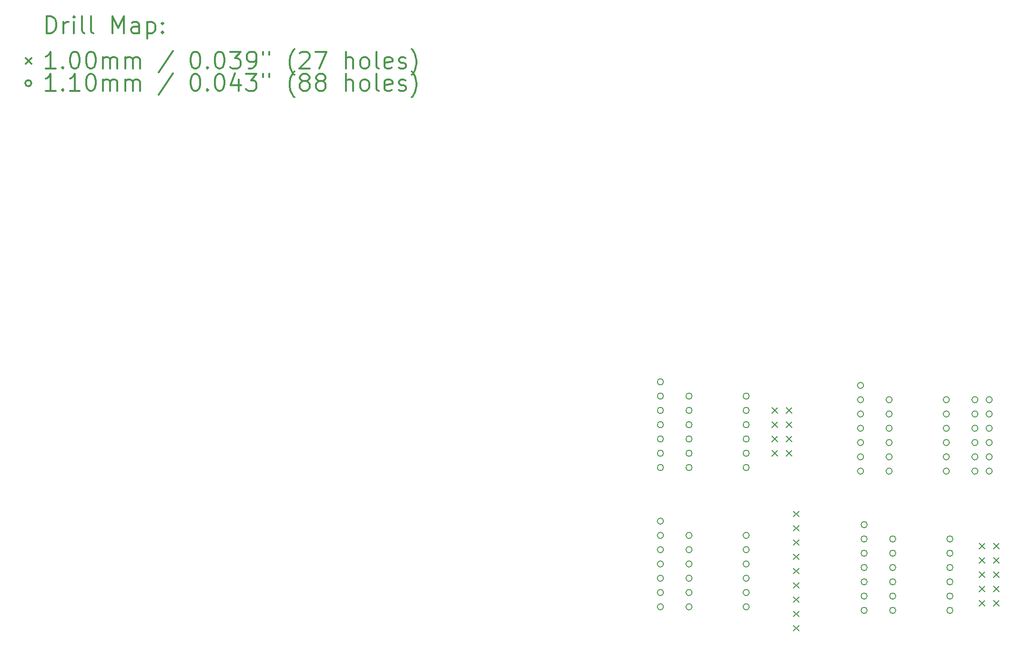
<source format=gbr>
%FSLAX45Y45*%
G04 Gerber Fmt 4.5, Leading zero omitted, Abs format (unit mm)*
G04 Created by KiCad (PCBNEW 4.0.7) date 09/07/18 14:23:30*
%MOMM*%
%LPD*%
G01*
G04 APERTURE LIST*
%ADD10C,0.127000*%
%ADD11C,0.200000*%
%ADD12C,0.300000*%
G04 APERTURE END LIST*
D10*
D11*
X13158000Y-7125500D02*
X13258000Y-7225500D01*
X13258000Y-7125500D02*
X13158000Y-7225500D01*
X13158000Y-7379500D02*
X13258000Y-7479500D01*
X13258000Y-7379500D02*
X13158000Y-7479500D01*
X13158000Y-7633500D02*
X13258000Y-7733500D01*
X13258000Y-7633500D02*
X13158000Y-7733500D01*
X13158000Y-7887500D02*
X13258000Y-7987500D01*
X13258000Y-7887500D02*
X13158000Y-7987500D01*
X13412000Y-7125500D02*
X13512000Y-7225500D01*
X13512000Y-7125500D02*
X13412000Y-7225500D01*
X13412000Y-7379500D02*
X13512000Y-7479500D01*
X13512000Y-7379500D02*
X13412000Y-7479500D01*
X13412000Y-7633500D02*
X13512000Y-7733500D01*
X13512000Y-7633500D02*
X13412000Y-7733500D01*
X13412000Y-7887500D02*
X13512000Y-7987500D01*
X13512000Y-7887500D02*
X13412000Y-7987500D01*
X13539000Y-8967000D02*
X13639000Y-9067000D01*
X13639000Y-8967000D02*
X13539000Y-9067000D01*
X13539000Y-9221000D02*
X13639000Y-9321000D01*
X13639000Y-9221000D02*
X13539000Y-9321000D01*
X13539000Y-9475000D02*
X13639000Y-9575000D01*
X13639000Y-9475000D02*
X13539000Y-9575000D01*
X13539000Y-9729000D02*
X13639000Y-9829000D01*
X13639000Y-9729000D02*
X13539000Y-9829000D01*
X13539000Y-9983000D02*
X13639000Y-10083000D01*
X13639000Y-9983000D02*
X13539000Y-10083000D01*
X13539000Y-10237000D02*
X13639000Y-10337000D01*
X13639000Y-10237000D02*
X13539000Y-10337000D01*
X13539000Y-10491000D02*
X13639000Y-10591000D01*
X13639000Y-10491000D02*
X13539000Y-10591000D01*
X13539000Y-10745000D02*
X13639000Y-10845000D01*
X13639000Y-10745000D02*
X13539000Y-10845000D01*
X13539000Y-10999000D02*
X13639000Y-11099000D01*
X13639000Y-10999000D02*
X13539000Y-11099000D01*
X16841000Y-9538500D02*
X16941000Y-9638500D01*
X16941000Y-9538500D02*
X16841000Y-9638500D01*
X16841000Y-9792500D02*
X16941000Y-9892500D01*
X16941000Y-9792500D02*
X16841000Y-9892500D01*
X16841000Y-10046500D02*
X16941000Y-10146500D01*
X16941000Y-10046500D02*
X16841000Y-10146500D01*
X16841000Y-10300500D02*
X16941000Y-10400500D01*
X16941000Y-10300500D02*
X16841000Y-10400500D01*
X16841000Y-10554500D02*
X16941000Y-10654500D01*
X16941000Y-10554500D02*
X16841000Y-10654500D01*
X17095000Y-9538500D02*
X17195000Y-9638500D01*
X17195000Y-9538500D02*
X17095000Y-9638500D01*
X17095000Y-9792500D02*
X17195000Y-9892500D01*
X17195000Y-9792500D02*
X17095000Y-9892500D01*
X17095000Y-10046500D02*
X17195000Y-10146500D01*
X17195000Y-10046500D02*
X17095000Y-10146500D01*
X17095000Y-10300500D02*
X17195000Y-10400500D01*
X17195000Y-10300500D02*
X17095000Y-10400500D01*
X17095000Y-10554500D02*
X17195000Y-10654500D01*
X17195000Y-10554500D02*
X17095000Y-10654500D01*
X11231000Y-6667500D02*
G75*
G03X11231000Y-6667500I-55000J0D01*
G01*
X11231000Y-6921500D02*
G75*
G03X11231000Y-6921500I-55000J0D01*
G01*
X11231000Y-7175500D02*
G75*
G03X11231000Y-7175500I-55000J0D01*
G01*
X11231000Y-7429500D02*
G75*
G03X11231000Y-7429500I-55000J0D01*
G01*
X11231000Y-7683500D02*
G75*
G03X11231000Y-7683500I-55000J0D01*
G01*
X11231000Y-7937500D02*
G75*
G03X11231000Y-7937500I-55000J0D01*
G01*
X11231000Y-8191500D02*
G75*
G03X11231000Y-8191500I-55000J0D01*
G01*
X11231000Y-9144000D02*
G75*
G03X11231000Y-9144000I-55000J0D01*
G01*
X11231000Y-9398000D02*
G75*
G03X11231000Y-9398000I-55000J0D01*
G01*
X11231000Y-9652000D02*
G75*
G03X11231000Y-9652000I-55000J0D01*
G01*
X11231000Y-9906000D02*
G75*
G03X11231000Y-9906000I-55000J0D01*
G01*
X11231000Y-10160000D02*
G75*
G03X11231000Y-10160000I-55000J0D01*
G01*
X11231000Y-10414000D02*
G75*
G03X11231000Y-10414000I-55000J0D01*
G01*
X11231000Y-10668000D02*
G75*
G03X11231000Y-10668000I-55000J0D01*
G01*
X11739000Y-6921500D02*
G75*
G03X11739000Y-6921500I-55000J0D01*
G01*
X11739000Y-7175500D02*
G75*
G03X11739000Y-7175500I-55000J0D01*
G01*
X11739000Y-7429500D02*
G75*
G03X11739000Y-7429500I-55000J0D01*
G01*
X11739000Y-7683500D02*
G75*
G03X11739000Y-7683500I-55000J0D01*
G01*
X11739000Y-7937500D02*
G75*
G03X11739000Y-7937500I-55000J0D01*
G01*
X11739000Y-8191500D02*
G75*
G03X11739000Y-8191500I-55000J0D01*
G01*
X11739000Y-9398000D02*
G75*
G03X11739000Y-9398000I-55000J0D01*
G01*
X11739000Y-9652000D02*
G75*
G03X11739000Y-9652000I-55000J0D01*
G01*
X11739000Y-9906000D02*
G75*
G03X11739000Y-9906000I-55000J0D01*
G01*
X11739000Y-10160000D02*
G75*
G03X11739000Y-10160000I-55000J0D01*
G01*
X11739000Y-10414000D02*
G75*
G03X11739000Y-10414000I-55000J0D01*
G01*
X11739000Y-10668000D02*
G75*
G03X11739000Y-10668000I-55000J0D01*
G01*
X12755000Y-6921500D02*
G75*
G03X12755000Y-6921500I-55000J0D01*
G01*
X12755000Y-7175500D02*
G75*
G03X12755000Y-7175500I-55000J0D01*
G01*
X12755000Y-7429500D02*
G75*
G03X12755000Y-7429500I-55000J0D01*
G01*
X12755000Y-7683500D02*
G75*
G03X12755000Y-7683500I-55000J0D01*
G01*
X12755000Y-7937500D02*
G75*
G03X12755000Y-7937500I-55000J0D01*
G01*
X12755000Y-8191500D02*
G75*
G03X12755000Y-8191500I-55000J0D01*
G01*
X12755000Y-9398000D02*
G75*
G03X12755000Y-9398000I-55000J0D01*
G01*
X12755000Y-9652000D02*
G75*
G03X12755000Y-9652000I-55000J0D01*
G01*
X12755000Y-9906000D02*
G75*
G03X12755000Y-9906000I-55000J0D01*
G01*
X12755000Y-10160000D02*
G75*
G03X12755000Y-10160000I-55000J0D01*
G01*
X12755000Y-10414000D02*
G75*
G03X12755000Y-10414000I-55000J0D01*
G01*
X12755000Y-10668000D02*
G75*
G03X12755000Y-10668000I-55000J0D01*
G01*
X14787000Y-6731000D02*
G75*
G03X14787000Y-6731000I-55000J0D01*
G01*
X14787000Y-6985000D02*
G75*
G03X14787000Y-6985000I-55000J0D01*
G01*
X14787000Y-7239000D02*
G75*
G03X14787000Y-7239000I-55000J0D01*
G01*
X14787000Y-7493000D02*
G75*
G03X14787000Y-7493000I-55000J0D01*
G01*
X14787000Y-7747000D02*
G75*
G03X14787000Y-7747000I-55000J0D01*
G01*
X14787000Y-8001000D02*
G75*
G03X14787000Y-8001000I-55000J0D01*
G01*
X14787000Y-8255000D02*
G75*
G03X14787000Y-8255000I-55000J0D01*
G01*
X14850500Y-9207500D02*
G75*
G03X14850500Y-9207500I-55000J0D01*
G01*
X14850500Y-9461500D02*
G75*
G03X14850500Y-9461500I-55000J0D01*
G01*
X14850500Y-9715500D02*
G75*
G03X14850500Y-9715500I-55000J0D01*
G01*
X14850500Y-9969500D02*
G75*
G03X14850500Y-9969500I-55000J0D01*
G01*
X14850500Y-10223500D02*
G75*
G03X14850500Y-10223500I-55000J0D01*
G01*
X14850500Y-10477500D02*
G75*
G03X14850500Y-10477500I-55000J0D01*
G01*
X14850500Y-10731500D02*
G75*
G03X14850500Y-10731500I-55000J0D01*
G01*
X15295000Y-6985000D02*
G75*
G03X15295000Y-6985000I-55000J0D01*
G01*
X15295000Y-7239000D02*
G75*
G03X15295000Y-7239000I-55000J0D01*
G01*
X15295000Y-7493000D02*
G75*
G03X15295000Y-7493000I-55000J0D01*
G01*
X15295000Y-7747000D02*
G75*
G03X15295000Y-7747000I-55000J0D01*
G01*
X15295000Y-8001000D02*
G75*
G03X15295000Y-8001000I-55000J0D01*
G01*
X15295000Y-8255000D02*
G75*
G03X15295000Y-8255000I-55000J0D01*
G01*
X15358500Y-9461500D02*
G75*
G03X15358500Y-9461500I-55000J0D01*
G01*
X15358500Y-9715500D02*
G75*
G03X15358500Y-9715500I-55000J0D01*
G01*
X15358500Y-9969500D02*
G75*
G03X15358500Y-9969500I-55000J0D01*
G01*
X15358500Y-10223500D02*
G75*
G03X15358500Y-10223500I-55000J0D01*
G01*
X15358500Y-10477500D02*
G75*
G03X15358500Y-10477500I-55000J0D01*
G01*
X15358500Y-10731500D02*
G75*
G03X15358500Y-10731500I-55000J0D01*
G01*
X16311000Y-6985000D02*
G75*
G03X16311000Y-6985000I-55000J0D01*
G01*
X16311000Y-7239000D02*
G75*
G03X16311000Y-7239000I-55000J0D01*
G01*
X16311000Y-7493000D02*
G75*
G03X16311000Y-7493000I-55000J0D01*
G01*
X16311000Y-7747000D02*
G75*
G03X16311000Y-7747000I-55000J0D01*
G01*
X16311000Y-8001000D02*
G75*
G03X16311000Y-8001000I-55000J0D01*
G01*
X16311000Y-8255000D02*
G75*
G03X16311000Y-8255000I-55000J0D01*
G01*
X16374500Y-9461500D02*
G75*
G03X16374500Y-9461500I-55000J0D01*
G01*
X16374500Y-9715500D02*
G75*
G03X16374500Y-9715500I-55000J0D01*
G01*
X16374500Y-9969500D02*
G75*
G03X16374500Y-9969500I-55000J0D01*
G01*
X16374500Y-10223500D02*
G75*
G03X16374500Y-10223500I-55000J0D01*
G01*
X16374500Y-10477500D02*
G75*
G03X16374500Y-10477500I-55000J0D01*
G01*
X16374500Y-10731500D02*
G75*
G03X16374500Y-10731500I-55000J0D01*
G01*
X16819000Y-6985000D02*
G75*
G03X16819000Y-6985000I-55000J0D01*
G01*
X16819000Y-7239000D02*
G75*
G03X16819000Y-7239000I-55000J0D01*
G01*
X16819000Y-7493000D02*
G75*
G03X16819000Y-7493000I-55000J0D01*
G01*
X16819000Y-7747000D02*
G75*
G03X16819000Y-7747000I-55000J0D01*
G01*
X16819000Y-8001000D02*
G75*
G03X16819000Y-8001000I-55000J0D01*
G01*
X16819000Y-8255000D02*
G75*
G03X16819000Y-8255000I-55000J0D01*
G01*
X17073000Y-6985000D02*
G75*
G03X17073000Y-6985000I-55000J0D01*
G01*
X17073000Y-7239000D02*
G75*
G03X17073000Y-7239000I-55000J0D01*
G01*
X17073000Y-7493000D02*
G75*
G03X17073000Y-7493000I-55000J0D01*
G01*
X17073000Y-7747000D02*
G75*
G03X17073000Y-7747000I-55000J0D01*
G01*
X17073000Y-8001000D02*
G75*
G03X17073000Y-8001000I-55000J0D01*
G01*
X17073000Y-8255000D02*
G75*
G03X17073000Y-8255000I-55000J0D01*
G01*
D12*
X271429Y-465714D02*
X271429Y-165714D01*
X342857Y-165714D01*
X385714Y-180000D01*
X414286Y-208571D01*
X428571Y-237143D01*
X442857Y-294286D01*
X442857Y-337143D01*
X428571Y-394286D01*
X414286Y-422857D01*
X385714Y-451429D01*
X342857Y-465714D01*
X271429Y-465714D01*
X571429Y-465714D02*
X571429Y-265714D01*
X571429Y-322857D02*
X585714Y-294286D01*
X600000Y-280000D01*
X628571Y-265714D01*
X657143Y-265714D01*
X757143Y-465714D02*
X757143Y-265714D01*
X757143Y-165714D02*
X742857Y-180000D01*
X757143Y-194286D01*
X771429Y-180000D01*
X757143Y-165714D01*
X757143Y-194286D01*
X942857Y-465714D02*
X914286Y-451429D01*
X900000Y-422857D01*
X900000Y-165714D01*
X1100000Y-465714D02*
X1071429Y-451429D01*
X1057143Y-422857D01*
X1057143Y-165714D01*
X1442857Y-465714D02*
X1442857Y-165714D01*
X1542857Y-380000D01*
X1642857Y-165714D01*
X1642857Y-465714D01*
X1914286Y-465714D02*
X1914286Y-308571D01*
X1900000Y-280000D01*
X1871429Y-265714D01*
X1814286Y-265714D01*
X1785714Y-280000D01*
X1914286Y-451429D02*
X1885714Y-465714D01*
X1814286Y-465714D01*
X1785714Y-451429D01*
X1771429Y-422857D01*
X1771429Y-394286D01*
X1785714Y-365714D01*
X1814286Y-351429D01*
X1885714Y-351429D01*
X1914286Y-337143D01*
X2057143Y-265714D02*
X2057143Y-565714D01*
X2057143Y-280000D02*
X2085714Y-265714D01*
X2142857Y-265714D01*
X2171429Y-280000D01*
X2185714Y-294286D01*
X2200000Y-322857D01*
X2200000Y-408571D01*
X2185714Y-437143D01*
X2171429Y-451429D01*
X2142857Y-465714D01*
X2085714Y-465714D01*
X2057143Y-451429D01*
X2328572Y-437143D02*
X2342857Y-451429D01*
X2328572Y-465714D01*
X2314286Y-451429D01*
X2328572Y-437143D01*
X2328572Y-465714D01*
X2328572Y-280000D02*
X2342857Y-294286D01*
X2328572Y-308571D01*
X2314286Y-294286D01*
X2328572Y-280000D01*
X2328572Y-308571D01*
X-100000Y-910000D02*
X0Y-1010000D01*
X0Y-910000D02*
X-100000Y-1010000D01*
X428571Y-1095714D02*
X257143Y-1095714D01*
X342857Y-1095714D02*
X342857Y-795714D01*
X314286Y-838571D01*
X285714Y-867143D01*
X257143Y-881429D01*
X557143Y-1067143D02*
X571429Y-1081429D01*
X557143Y-1095714D01*
X542857Y-1081429D01*
X557143Y-1067143D01*
X557143Y-1095714D01*
X757143Y-795714D02*
X785714Y-795714D01*
X814286Y-810000D01*
X828571Y-824286D01*
X842857Y-852857D01*
X857143Y-910000D01*
X857143Y-981429D01*
X842857Y-1038571D01*
X828571Y-1067143D01*
X814286Y-1081429D01*
X785714Y-1095714D01*
X757143Y-1095714D01*
X728571Y-1081429D01*
X714286Y-1067143D01*
X700000Y-1038571D01*
X685714Y-981429D01*
X685714Y-910000D01*
X700000Y-852857D01*
X714286Y-824286D01*
X728571Y-810000D01*
X757143Y-795714D01*
X1042857Y-795714D02*
X1071429Y-795714D01*
X1100000Y-810000D01*
X1114286Y-824286D01*
X1128571Y-852857D01*
X1142857Y-910000D01*
X1142857Y-981429D01*
X1128571Y-1038571D01*
X1114286Y-1067143D01*
X1100000Y-1081429D01*
X1071429Y-1095714D01*
X1042857Y-1095714D01*
X1014286Y-1081429D01*
X1000000Y-1067143D01*
X985714Y-1038571D01*
X971429Y-981429D01*
X971429Y-910000D01*
X985714Y-852857D01*
X1000000Y-824286D01*
X1014286Y-810000D01*
X1042857Y-795714D01*
X1271429Y-1095714D02*
X1271429Y-895714D01*
X1271429Y-924286D02*
X1285714Y-910000D01*
X1314286Y-895714D01*
X1357143Y-895714D01*
X1385714Y-910000D01*
X1400000Y-938571D01*
X1400000Y-1095714D01*
X1400000Y-938571D02*
X1414286Y-910000D01*
X1442857Y-895714D01*
X1485714Y-895714D01*
X1514286Y-910000D01*
X1528571Y-938571D01*
X1528571Y-1095714D01*
X1671429Y-1095714D02*
X1671429Y-895714D01*
X1671429Y-924286D02*
X1685714Y-910000D01*
X1714286Y-895714D01*
X1757143Y-895714D01*
X1785714Y-910000D01*
X1800000Y-938571D01*
X1800000Y-1095714D01*
X1800000Y-938571D02*
X1814286Y-910000D01*
X1842857Y-895714D01*
X1885714Y-895714D01*
X1914286Y-910000D01*
X1928571Y-938571D01*
X1928571Y-1095714D01*
X2514286Y-781429D02*
X2257143Y-1167143D01*
X2900000Y-795714D02*
X2928571Y-795714D01*
X2957143Y-810000D01*
X2971428Y-824286D01*
X2985714Y-852857D01*
X3000000Y-910000D01*
X3000000Y-981429D01*
X2985714Y-1038571D01*
X2971428Y-1067143D01*
X2957143Y-1081429D01*
X2928571Y-1095714D01*
X2900000Y-1095714D01*
X2871428Y-1081429D01*
X2857143Y-1067143D01*
X2842857Y-1038571D01*
X2828571Y-981429D01*
X2828571Y-910000D01*
X2842857Y-852857D01*
X2857143Y-824286D01*
X2871428Y-810000D01*
X2900000Y-795714D01*
X3128571Y-1067143D02*
X3142857Y-1081429D01*
X3128571Y-1095714D01*
X3114286Y-1081429D01*
X3128571Y-1067143D01*
X3128571Y-1095714D01*
X3328571Y-795714D02*
X3357143Y-795714D01*
X3385714Y-810000D01*
X3400000Y-824286D01*
X3414286Y-852857D01*
X3428571Y-910000D01*
X3428571Y-981429D01*
X3414286Y-1038571D01*
X3400000Y-1067143D01*
X3385714Y-1081429D01*
X3357143Y-1095714D01*
X3328571Y-1095714D01*
X3300000Y-1081429D01*
X3285714Y-1067143D01*
X3271428Y-1038571D01*
X3257143Y-981429D01*
X3257143Y-910000D01*
X3271428Y-852857D01*
X3285714Y-824286D01*
X3300000Y-810000D01*
X3328571Y-795714D01*
X3528571Y-795714D02*
X3714286Y-795714D01*
X3614286Y-910000D01*
X3657143Y-910000D01*
X3685714Y-924286D01*
X3700000Y-938571D01*
X3714286Y-967143D01*
X3714286Y-1038571D01*
X3700000Y-1067143D01*
X3685714Y-1081429D01*
X3657143Y-1095714D01*
X3571428Y-1095714D01*
X3542857Y-1081429D01*
X3528571Y-1067143D01*
X3857143Y-1095714D02*
X3914286Y-1095714D01*
X3942857Y-1081429D01*
X3957143Y-1067143D01*
X3985714Y-1024286D01*
X4000000Y-967143D01*
X4000000Y-852857D01*
X3985714Y-824286D01*
X3971428Y-810000D01*
X3942857Y-795714D01*
X3885714Y-795714D01*
X3857143Y-810000D01*
X3842857Y-824286D01*
X3828571Y-852857D01*
X3828571Y-924286D01*
X3842857Y-952857D01*
X3857143Y-967143D01*
X3885714Y-981429D01*
X3942857Y-981429D01*
X3971428Y-967143D01*
X3985714Y-952857D01*
X4000000Y-924286D01*
X4114286Y-795714D02*
X4114286Y-852857D01*
X4228571Y-795714D02*
X4228571Y-852857D01*
X4671429Y-1210000D02*
X4657143Y-1195714D01*
X4628571Y-1152857D01*
X4614286Y-1124286D01*
X4600000Y-1081429D01*
X4585714Y-1010000D01*
X4585714Y-952857D01*
X4600000Y-881429D01*
X4614286Y-838571D01*
X4628571Y-810000D01*
X4657143Y-767143D01*
X4671429Y-752857D01*
X4771429Y-824286D02*
X4785714Y-810000D01*
X4814286Y-795714D01*
X4885714Y-795714D01*
X4914286Y-810000D01*
X4928571Y-824286D01*
X4942857Y-852857D01*
X4942857Y-881429D01*
X4928571Y-924286D01*
X4757143Y-1095714D01*
X4942857Y-1095714D01*
X5042857Y-795714D02*
X5242857Y-795714D01*
X5114286Y-1095714D01*
X5585714Y-1095714D02*
X5585714Y-795714D01*
X5714286Y-1095714D02*
X5714286Y-938571D01*
X5700000Y-910000D01*
X5671428Y-895714D01*
X5628571Y-895714D01*
X5600000Y-910000D01*
X5585714Y-924286D01*
X5900000Y-1095714D02*
X5871428Y-1081429D01*
X5857143Y-1067143D01*
X5842857Y-1038571D01*
X5842857Y-952857D01*
X5857143Y-924286D01*
X5871428Y-910000D01*
X5900000Y-895714D01*
X5942857Y-895714D01*
X5971428Y-910000D01*
X5985714Y-924286D01*
X6000000Y-952857D01*
X6000000Y-1038571D01*
X5985714Y-1067143D01*
X5971428Y-1081429D01*
X5942857Y-1095714D01*
X5900000Y-1095714D01*
X6171428Y-1095714D02*
X6142857Y-1081429D01*
X6128571Y-1052857D01*
X6128571Y-795714D01*
X6400000Y-1081429D02*
X6371429Y-1095714D01*
X6314286Y-1095714D01*
X6285714Y-1081429D01*
X6271429Y-1052857D01*
X6271429Y-938571D01*
X6285714Y-910000D01*
X6314286Y-895714D01*
X6371429Y-895714D01*
X6400000Y-910000D01*
X6414286Y-938571D01*
X6414286Y-967143D01*
X6271429Y-995714D01*
X6528571Y-1081429D02*
X6557143Y-1095714D01*
X6614286Y-1095714D01*
X6642857Y-1081429D01*
X6657143Y-1052857D01*
X6657143Y-1038571D01*
X6642857Y-1010000D01*
X6614286Y-995714D01*
X6571429Y-995714D01*
X6542857Y-981429D01*
X6528571Y-952857D01*
X6528571Y-938571D01*
X6542857Y-910000D01*
X6571429Y-895714D01*
X6614286Y-895714D01*
X6642857Y-910000D01*
X6757143Y-1210000D02*
X6771429Y-1195714D01*
X6800000Y-1152857D01*
X6814286Y-1124286D01*
X6828571Y-1081429D01*
X6842857Y-1010000D01*
X6842857Y-952857D01*
X6828571Y-881429D01*
X6814286Y-838571D01*
X6800000Y-810000D01*
X6771429Y-767143D01*
X6757143Y-752857D01*
X0Y-1356000D02*
G75*
G03X0Y-1356000I-55000J0D01*
G01*
X428571Y-1491714D02*
X257143Y-1491714D01*
X342857Y-1491714D02*
X342857Y-1191714D01*
X314286Y-1234571D01*
X285714Y-1263143D01*
X257143Y-1277429D01*
X557143Y-1463143D02*
X571429Y-1477429D01*
X557143Y-1491714D01*
X542857Y-1477429D01*
X557143Y-1463143D01*
X557143Y-1491714D01*
X857143Y-1491714D02*
X685714Y-1491714D01*
X771428Y-1491714D02*
X771428Y-1191714D01*
X742857Y-1234571D01*
X714286Y-1263143D01*
X685714Y-1277429D01*
X1042857Y-1191714D02*
X1071429Y-1191714D01*
X1100000Y-1206000D01*
X1114286Y-1220286D01*
X1128571Y-1248857D01*
X1142857Y-1306000D01*
X1142857Y-1377429D01*
X1128571Y-1434571D01*
X1114286Y-1463143D01*
X1100000Y-1477429D01*
X1071429Y-1491714D01*
X1042857Y-1491714D01*
X1014286Y-1477429D01*
X1000000Y-1463143D01*
X985714Y-1434571D01*
X971429Y-1377429D01*
X971429Y-1306000D01*
X985714Y-1248857D01*
X1000000Y-1220286D01*
X1014286Y-1206000D01*
X1042857Y-1191714D01*
X1271429Y-1491714D02*
X1271429Y-1291714D01*
X1271429Y-1320286D02*
X1285714Y-1306000D01*
X1314286Y-1291714D01*
X1357143Y-1291714D01*
X1385714Y-1306000D01*
X1400000Y-1334571D01*
X1400000Y-1491714D01*
X1400000Y-1334571D02*
X1414286Y-1306000D01*
X1442857Y-1291714D01*
X1485714Y-1291714D01*
X1514286Y-1306000D01*
X1528571Y-1334571D01*
X1528571Y-1491714D01*
X1671429Y-1491714D02*
X1671429Y-1291714D01*
X1671429Y-1320286D02*
X1685714Y-1306000D01*
X1714286Y-1291714D01*
X1757143Y-1291714D01*
X1785714Y-1306000D01*
X1800000Y-1334571D01*
X1800000Y-1491714D01*
X1800000Y-1334571D02*
X1814286Y-1306000D01*
X1842857Y-1291714D01*
X1885714Y-1291714D01*
X1914286Y-1306000D01*
X1928571Y-1334571D01*
X1928571Y-1491714D01*
X2514286Y-1177429D02*
X2257143Y-1563143D01*
X2900000Y-1191714D02*
X2928571Y-1191714D01*
X2957143Y-1206000D01*
X2971428Y-1220286D01*
X2985714Y-1248857D01*
X3000000Y-1306000D01*
X3000000Y-1377429D01*
X2985714Y-1434571D01*
X2971428Y-1463143D01*
X2957143Y-1477429D01*
X2928571Y-1491714D01*
X2900000Y-1491714D01*
X2871428Y-1477429D01*
X2857143Y-1463143D01*
X2842857Y-1434571D01*
X2828571Y-1377429D01*
X2828571Y-1306000D01*
X2842857Y-1248857D01*
X2857143Y-1220286D01*
X2871428Y-1206000D01*
X2900000Y-1191714D01*
X3128571Y-1463143D02*
X3142857Y-1477429D01*
X3128571Y-1491714D01*
X3114286Y-1477429D01*
X3128571Y-1463143D01*
X3128571Y-1491714D01*
X3328571Y-1191714D02*
X3357143Y-1191714D01*
X3385714Y-1206000D01*
X3400000Y-1220286D01*
X3414286Y-1248857D01*
X3428571Y-1306000D01*
X3428571Y-1377429D01*
X3414286Y-1434571D01*
X3400000Y-1463143D01*
X3385714Y-1477429D01*
X3357143Y-1491714D01*
X3328571Y-1491714D01*
X3300000Y-1477429D01*
X3285714Y-1463143D01*
X3271428Y-1434571D01*
X3257143Y-1377429D01*
X3257143Y-1306000D01*
X3271428Y-1248857D01*
X3285714Y-1220286D01*
X3300000Y-1206000D01*
X3328571Y-1191714D01*
X3685714Y-1291714D02*
X3685714Y-1491714D01*
X3614286Y-1177429D02*
X3542857Y-1391714D01*
X3728571Y-1391714D01*
X3814286Y-1191714D02*
X4000000Y-1191714D01*
X3900000Y-1306000D01*
X3942857Y-1306000D01*
X3971428Y-1320286D01*
X3985714Y-1334571D01*
X4000000Y-1363143D01*
X4000000Y-1434571D01*
X3985714Y-1463143D01*
X3971428Y-1477429D01*
X3942857Y-1491714D01*
X3857143Y-1491714D01*
X3828571Y-1477429D01*
X3814286Y-1463143D01*
X4114286Y-1191714D02*
X4114286Y-1248857D01*
X4228571Y-1191714D02*
X4228571Y-1248857D01*
X4671429Y-1606000D02*
X4657143Y-1591714D01*
X4628571Y-1548857D01*
X4614286Y-1520286D01*
X4600000Y-1477429D01*
X4585714Y-1406000D01*
X4585714Y-1348857D01*
X4600000Y-1277429D01*
X4614286Y-1234571D01*
X4628571Y-1206000D01*
X4657143Y-1163143D01*
X4671429Y-1148857D01*
X4828571Y-1320286D02*
X4800000Y-1306000D01*
X4785714Y-1291714D01*
X4771429Y-1263143D01*
X4771429Y-1248857D01*
X4785714Y-1220286D01*
X4800000Y-1206000D01*
X4828571Y-1191714D01*
X4885714Y-1191714D01*
X4914286Y-1206000D01*
X4928571Y-1220286D01*
X4942857Y-1248857D01*
X4942857Y-1263143D01*
X4928571Y-1291714D01*
X4914286Y-1306000D01*
X4885714Y-1320286D01*
X4828571Y-1320286D01*
X4800000Y-1334571D01*
X4785714Y-1348857D01*
X4771429Y-1377429D01*
X4771429Y-1434571D01*
X4785714Y-1463143D01*
X4800000Y-1477429D01*
X4828571Y-1491714D01*
X4885714Y-1491714D01*
X4914286Y-1477429D01*
X4928571Y-1463143D01*
X4942857Y-1434571D01*
X4942857Y-1377429D01*
X4928571Y-1348857D01*
X4914286Y-1334571D01*
X4885714Y-1320286D01*
X5114286Y-1320286D02*
X5085714Y-1306000D01*
X5071429Y-1291714D01*
X5057143Y-1263143D01*
X5057143Y-1248857D01*
X5071429Y-1220286D01*
X5085714Y-1206000D01*
X5114286Y-1191714D01*
X5171429Y-1191714D01*
X5200000Y-1206000D01*
X5214286Y-1220286D01*
X5228571Y-1248857D01*
X5228571Y-1263143D01*
X5214286Y-1291714D01*
X5200000Y-1306000D01*
X5171429Y-1320286D01*
X5114286Y-1320286D01*
X5085714Y-1334571D01*
X5071429Y-1348857D01*
X5057143Y-1377429D01*
X5057143Y-1434571D01*
X5071429Y-1463143D01*
X5085714Y-1477429D01*
X5114286Y-1491714D01*
X5171429Y-1491714D01*
X5200000Y-1477429D01*
X5214286Y-1463143D01*
X5228571Y-1434571D01*
X5228571Y-1377429D01*
X5214286Y-1348857D01*
X5200000Y-1334571D01*
X5171429Y-1320286D01*
X5585714Y-1491714D02*
X5585714Y-1191714D01*
X5714286Y-1491714D02*
X5714286Y-1334571D01*
X5700000Y-1306000D01*
X5671428Y-1291714D01*
X5628571Y-1291714D01*
X5600000Y-1306000D01*
X5585714Y-1320286D01*
X5900000Y-1491714D02*
X5871428Y-1477429D01*
X5857143Y-1463143D01*
X5842857Y-1434571D01*
X5842857Y-1348857D01*
X5857143Y-1320286D01*
X5871428Y-1306000D01*
X5900000Y-1291714D01*
X5942857Y-1291714D01*
X5971428Y-1306000D01*
X5985714Y-1320286D01*
X6000000Y-1348857D01*
X6000000Y-1434571D01*
X5985714Y-1463143D01*
X5971428Y-1477429D01*
X5942857Y-1491714D01*
X5900000Y-1491714D01*
X6171428Y-1491714D02*
X6142857Y-1477429D01*
X6128571Y-1448857D01*
X6128571Y-1191714D01*
X6400000Y-1477429D02*
X6371429Y-1491714D01*
X6314286Y-1491714D01*
X6285714Y-1477429D01*
X6271429Y-1448857D01*
X6271429Y-1334571D01*
X6285714Y-1306000D01*
X6314286Y-1291714D01*
X6371429Y-1291714D01*
X6400000Y-1306000D01*
X6414286Y-1334571D01*
X6414286Y-1363143D01*
X6271429Y-1391714D01*
X6528571Y-1477429D02*
X6557143Y-1491714D01*
X6614286Y-1491714D01*
X6642857Y-1477429D01*
X6657143Y-1448857D01*
X6657143Y-1434571D01*
X6642857Y-1406000D01*
X6614286Y-1391714D01*
X6571429Y-1391714D01*
X6542857Y-1377429D01*
X6528571Y-1348857D01*
X6528571Y-1334571D01*
X6542857Y-1306000D01*
X6571429Y-1291714D01*
X6614286Y-1291714D01*
X6642857Y-1306000D01*
X6757143Y-1606000D02*
X6771429Y-1591714D01*
X6800000Y-1548857D01*
X6814286Y-1520286D01*
X6828571Y-1477429D01*
X6842857Y-1406000D01*
X6842857Y-1348857D01*
X6828571Y-1277429D01*
X6814286Y-1234571D01*
X6800000Y-1206000D01*
X6771429Y-1163143D01*
X6757143Y-1148857D01*
M02*

</source>
